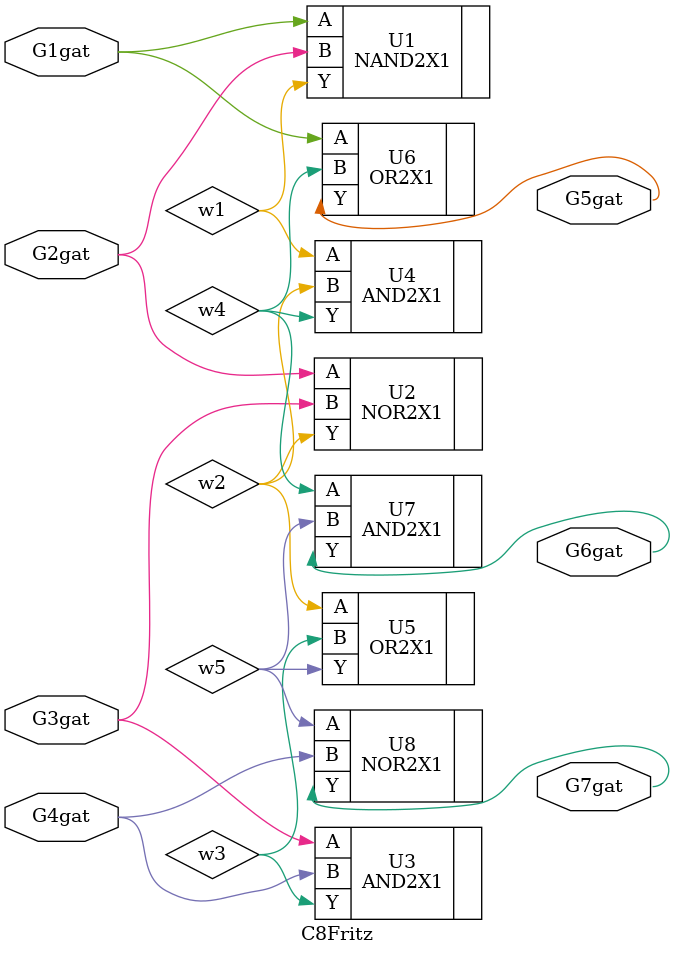
<source format=v>
module C8Fritz (
    G1gat, G2gat, G3gat, G4gat, G5gat, G6gat, G7gat );
  input  G1gat, G2gat, G3gat, G4gat;
  output G5gat, G6gat, G7gat ;
  wire w1, w2, w3, w4, w5;

  
  NAND2X1   U1(.A(G1gat), .B(G2gat), .Y(w1));
  NOR2X1    U2(.A(G2gat), .B(G3gat), .Y(w2));
  AND2X1    U3(.A(G3gat), .B(G4gat), .Y(w3));

  AND2X1    U4(.A(w1), .B(w2), .Y(w4));
  OR2X1     U5(.A(w2), .B(w3), .Y(w5));

  OR2X1     U6(.A(G1gat), .B(w4), .Y(G5gat));
  AND2X1    U7(.A(w4), .B(w5), .Y(G6gat));
  NOR2X1    U8(.A(w5), .B(G4gat), .Y(G7gat));

endmodule



</source>
